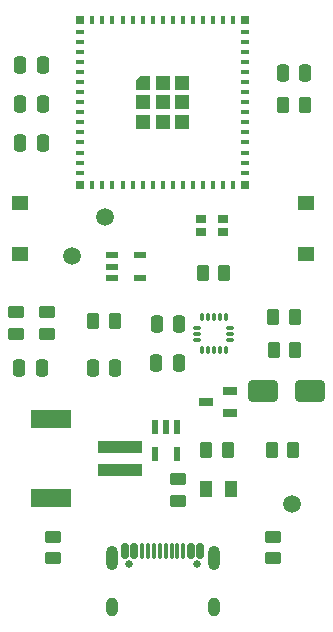
<source format=gts>
G04 #@! TF.GenerationSoftware,KiCad,Pcbnew,8.0.0-rc2-494-g6bc7bcffef*
G04 #@! TF.CreationDate,2024-03-15T23:56:00+00:00*
G04 #@! TF.ProjectId,Wakeboard,57616b65-626f-4617-9264-2e6b69636164,rev?*
G04 #@! TF.SameCoordinates,Original*
G04 #@! TF.FileFunction,Soldermask,Top*
G04 #@! TF.FilePolarity,Negative*
%FSLAX46Y46*%
G04 Gerber Fmt 4.6, Leading zero omitted, Abs format (unit mm)*
G04 Created by KiCad (PCBNEW 8.0.0-rc2-494-g6bc7bcffef) date 2024-03-15 23:56:00*
%MOMM*%
%LPD*%
G01*
G04 APERTURE LIST*
G04 Aperture macros list*
%AMRoundRect*
0 Rectangle with rounded corners*
0 $1 Rounding radius*
0 $2 $3 $4 $5 $6 $7 $8 $9 X,Y pos of 4 corners*
0 Add a 4 corners polygon primitive as box body*
4,1,4,$2,$3,$4,$5,$6,$7,$8,$9,$2,$3,0*
0 Add four circle primitives for the rounded corners*
1,1,$1+$1,$2,$3*
1,1,$1+$1,$4,$5*
1,1,$1+$1,$6,$7*
1,1,$1+$1,$8,$9*
0 Add four rect primitives between the rounded corners*
20,1,$1+$1,$2,$3,$4,$5,0*
20,1,$1+$1,$4,$5,$6,$7,0*
20,1,$1+$1,$6,$7,$8,$9,0*
20,1,$1+$1,$8,$9,$2,$3,0*%
%AMOutline5P*
0 Free polygon, 5 corners , with rotation*
0 The origin of the aperture is its center*
0 number of corners: always 5*
0 $1 to $10 corner X, Y*
0 $11 Rotation angle, in degrees counterclockwise*
0 create outline with 5 corners*
4,1,5,$1,$2,$3,$4,$5,$6,$7,$8,$9,$10,$1,$2,$11*%
%AMOutline6P*
0 Free polygon, 6 corners , with rotation*
0 The origin of the aperture is its center*
0 number of corners: always 6*
0 $1 to $12 corner X, Y*
0 $13 Rotation angle, in degrees counterclockwise*
0 create outline with 6 corners*
4,1,6,$1,$2,$3,$4,$5,$6,$7,$8,$9,$10,$11,$12,$1,$2,$13*%
%AMOutline7P*
0 Free polygon, 7 corners , with rotation*
0 The origin of the aperture is its center*
0 number of corners: always 7*
0 $1 to $14 corner X, Y*
0 $15 Rotation angle, in degrees counterclockwise*
0 create outline with 7 corners*
4,1,7,$1,$2,$3,$4,$5,$6,$7,$8,$9,$10,$11,$12,$13,$14,$1,$2,$15*%
%AMOutline8P*
0 Free polygon, 8 corners , with rotation*
0 The origin of the aperture is its center*
0 number of corners: always 8*
0 $1 to $16 corner X, Y*
0 $17 Rotation angle, in degrees counterclockwise*
0 create outline with 8 corners*
4,1,8,$1,$2,$3,$4,$5,$6,$7,$8,$9,$10,$11,$12,$13,$14,$15,$16,$1,$2,$17*%
G04 Aperture macros list end*
%ADD10C,1.500000*%
%ADD11RoundRect,0.250000X-0.450000X0.262500X-0.450000X-0.262500X0.450000X-0.262500X0.450000X0.262500X0*%
%ADD12R,0.800000X0.400000*%
%ADD13R,0.400000X0.800000*%
%ADD14Outline5P,-0.600000X0.204000X-0.204000X0.600000X0.600000X0.600000X0.600000X-0.600000X-0.600000X-0.600000X0.000000*%
%ADD15R,1.200000X1.200000*%
%ADD16R,0.800000X0.800000*%
%ADD17R,1.250000X0.700000*%
%ADD18C,0.650000*%
%ADD19RoundRect,0.150000X-0.150000X-0.500000X0.150000X-0.500000X0.150000X0.500000X-0.150000X0.500000X0*%
%ADD20RoundRect,0.075000X-0.075000X-0.575000X0.075000X-0.575000X0.075000X0.575000X-0.075000X0.575000X0*%
%ADD21O,1.000000X2.100000*%
%ADD22O,1.000000X1.600000*%
%ADD23RoundRect,0.250000X-0.262500X-0.450000X0.262500X-0.450000X0.262500X0.450000X-0.262500X0.450000X0*%
%ADD24R,1.360000X1.230000*%
%ADD25RoundRect,0.250000X-0.250000X-0.475000X0.250000X-0.475000X0.250000X0.475000X-0.250000X0.475000X0*%
%ADD26RoundRect,0.250000X0.250000X0.475000X-0.250000X0.475000X-0.250000X-0.475000X0.250000X-0.475000X0*%
%ADD27RoundRect,0.250000X-1.000000X-0.650000X1.000000X-0.650000X1.000000X0.650000X-1.000000X0.650000X0*%
%ADD28R,1.050000X0.530000*%
%ADD29R,3.800000X1.000000*%
%ADD30R,3.400000X1.500000*%
%ADD31R,0.900000X0.700000*%
%ADD32RoundRect,0.250000X0.262500X0.450000X-0.262500X0.450000X-0.262500X-0.450000X0.262500X-0.450000X0*%
%ADD33R,1.000000X1.400000*%
%ADD34R,0.490000X1.160000*%
%ADD35R,0.490000X1.180000*%
%ADD36RoundRect,0.250000X0.450000X-0.262500X0.450000X0.262500X-0.450000X0.262500X-0.450000X-0.262500X0*%
%ADD37O,0.280000X0.800000*%
%ADD38O,0.800000X0.280000*%
G04 APERTURE END LIST*
D10*
X138450000Y-90300000D03*
D11*
X136800000Y-93087500D03*
X136800000Y-94912500D03*
D10*
X119800000Y-69300000D03*
D11*
X115100000Y-74050000D03*
X115100000Y-75875000D03*
D12*
X120500000Y-50350000D03*
X120500000Y-51200000D03*
X120500000Y-52050000D03*
X120500000Y-52900000D03*
X120500000Y-53750000D03*
X120500000Y-54600000D03*
X120500000Y-55450000D03*
X120500000Y-56300000D03*
X120500000Y-57150000D03*
X120500000Y-58000000D03*
X120500000Y-58850000D03*
X120500000Y-59700000D03*
X120500000Y-60550000D03*
X120500000Y-61400000D03*
X120500000Y-62250000D03*
D13*
X121550000Y-63300000D03*
X122400000Y-63300000D03*
X123250000Y-63300000D03*
X124100000Y-63300000D03*
X124950000Y-63300000D03*
X125800000Y-63300000D03*
X126650000Y-63300000D03*
X127500000Y-63300000D03*
X128350000Y-63300000D03*
X129200000Y-63300000D03*
X130050000Y-63300000D03*
X130900000Y-63300000D03*
X131750000Y-63300000D03*
X132600000Y-63300000D03*
X133450000Y-63300000D03*
D12*
X134500000Y-62250000D03*
X134500000Y-61400000D03*
X134500000Y-60550000D03*
X134500000Y-59700000D03*
X134500000Y-58850000D03*
X134500000Y-58000000D03*
X134500000Y-57150000D03*
X134500000Y-56300000D03*
X134500000Y-55450000D03*
X134500000Y-54600000D03*
X134500000Y-53750000D03*
X134500000Y-52900000D03*
X134500000Y-52050000D03*
X134500000Y-51200000D03*
X134500000Y-50350000D03*
D13*
X133450000Y-49300000D03*
X132600000Y-49300000D03*
X131750000Y-49300000D03*
X130900000Y-49300000D03*
X130050000Y-49300000D03*
X129200000Y-49300000D03*
X128350000Y-49300000D03*
X127500000Y-49300000D03*
X126650000Y-49300000D03*
X125800000Y-49300000D03*
X124950000Y-49300000D03*
X124100000Y-49300000D03*
X123250000Y-49300000D03*
X122400000Y-49300000D03*
X121550000Y-49300000D03*
D14*
X125850000Y-54650000D03*
D15*
X125850000Y-56300000D03*
X125850000Y-57950000D03*
X127500000Y-54650000D03*
X127500000Y-56300000D03*
X127500000Y-57950000D03*
X129150000Y-54650000D03*
X129150000Y-56300000D03*
X129150000Y-57950000D03*
D16*
X120500000Y-49300000D03*
X120500000Y-63300000D03*
X134500000Y-63300000D03*
X134500000Y-49300000D03*
D11*
X128800000Y-88187500D03*
X128800000Y-90012500D03*
D17*
X133200000Y-82600000D03*
X133200000Y-80700000D03*
X131200000Y-81650000D03*
D18*
X124610000Y-95390000D03*
X130390000Y-95390000D03*
D19*
X124300000Y-94250000D03*
X125100000Y-94250000D03*
D20*
X126250000Y-94250000D03*
X127250000Y-94250000D03*
X127750000Y-94250000D03*
X128750000Y-94250000D03*
D19*
X129900000Y-94250000D03*
X130700000Y-94250000D03*
X130700000Y-94250000D03*
X129900000Y-94250000D03*
D20*
X129250000Y-94250000D03*
X128250000Y-94250000D03*
X126750000Y-94250000D03*
X125750000Y-94250000D03*
D19*
X125100000Y-94250000D03*
X124300000Y-94250000D03*
D21*
X123180000Y-94890000D03*
D22*
X123180000Y-99070000D03*
D21*
X131820000Y-94890000D03*
D22*
X131820000Y-99070000D03*
D23*
X121637500Y-74800000D03*
X123462500Y-74800000D03*
D24*
X115400000Y-69180000D03*
X115400000Y-64820000D03*
D25*
X121600000Y-78800000D03*
X123500000Y-78800000D03*
D26*
X117348000Y-59748000D03*
X115448000Y-59748000D03*
X117348000Y-56446000D03*
X115448000Y-56446000D03*
D24*
X139600000Y-69180000D03*
X139600000Y-64820000D03*
D11*
X118200000Y-93087500D03*
X118200000Y-94912500D03*
D27*
X136000000Y-80700000D03*
X140000000Y-80700000D03*
D28*
X123250000Y-69250000D03*
X123250000Y-70200000D03*
X123250000Y-71150000D03*
X125550000Y-71150000D03*
X125550000Y-69250000D03*
D29*
X123930000Y-85450000D03*
X123930000Y-87450000D03*
D30*
X118070000Y-89800000D03*
X118070000Y-83100000D03*
D31*
X130730000Y-66150000D03*
X130730000Y-67250000D03*
X132570000Y-67250000D03*
X132570000Y-66150000D03*
D26*
X128891097Y-75034188D03*
X126991097Y-75034188D03*
D32*
X133012500Y-85700000D03*
X131187500Y-85700000D03*
D33*
X133250000Y-89000000D03*
X131150000Y-89000000D03*
D25*
X115350000Y-78800000D03*
X117250000Y-78800000D03*
X137650000Y-53850000D03*
X139550000Y-53850000D03*
D34*
X128750000Y-83750000D03*
X127800000Y-83750000D03*
X126850000Y-83750000D03*
D35*
X126850000Y-86050000D03*
X128750000Y-86050000D03*
D36*
X117700000Y-75875000D03*
X117700000Y-74050000D03*
D10*
X122600000Y-66050000D03*
D26*
X128858902Y-78401495D03*
X126958902Y-78401495D03*
D32*
X132712500Y-70750000D03*
X130887500Y-70750000D03*
D23*
X137687500Y-56550000D03*
X139512500Y-56550000D03*
D26*
X117348000Y-53144000D03*
X115448000Y-53144000D03*
D37*
X130827500Y-77282498D03*
X131327500Y-77282498D03*
X131827500Y-77282498D03*
X132327500Y-77282498D03*
X132827500Y-77282498D03*
D38*
X133227500Y-76382498D03*
X133227500Y-75882498D03*
X133227500Y-75382498D03*
D37*
X132827500Y-74482498D03*
X132327500Y-74482498D03*
X131827500Y-74482498D03*
X131327500Y-74482498D03*
X130827500Y-74482498D03*
D38*
X130427500Y-75382498D03*
X130427500Y-75882498D03*
X130427500Y-76382498D03*
D23*
X136850000Y-74450000D03*
X138675000Y-74450000D03*
X136887500Y-77250000D03*
X138712500Y-77250000D03*
X138550000Y-85700000D03*
X136725000Y-85700000D03*
M02*

</source>
